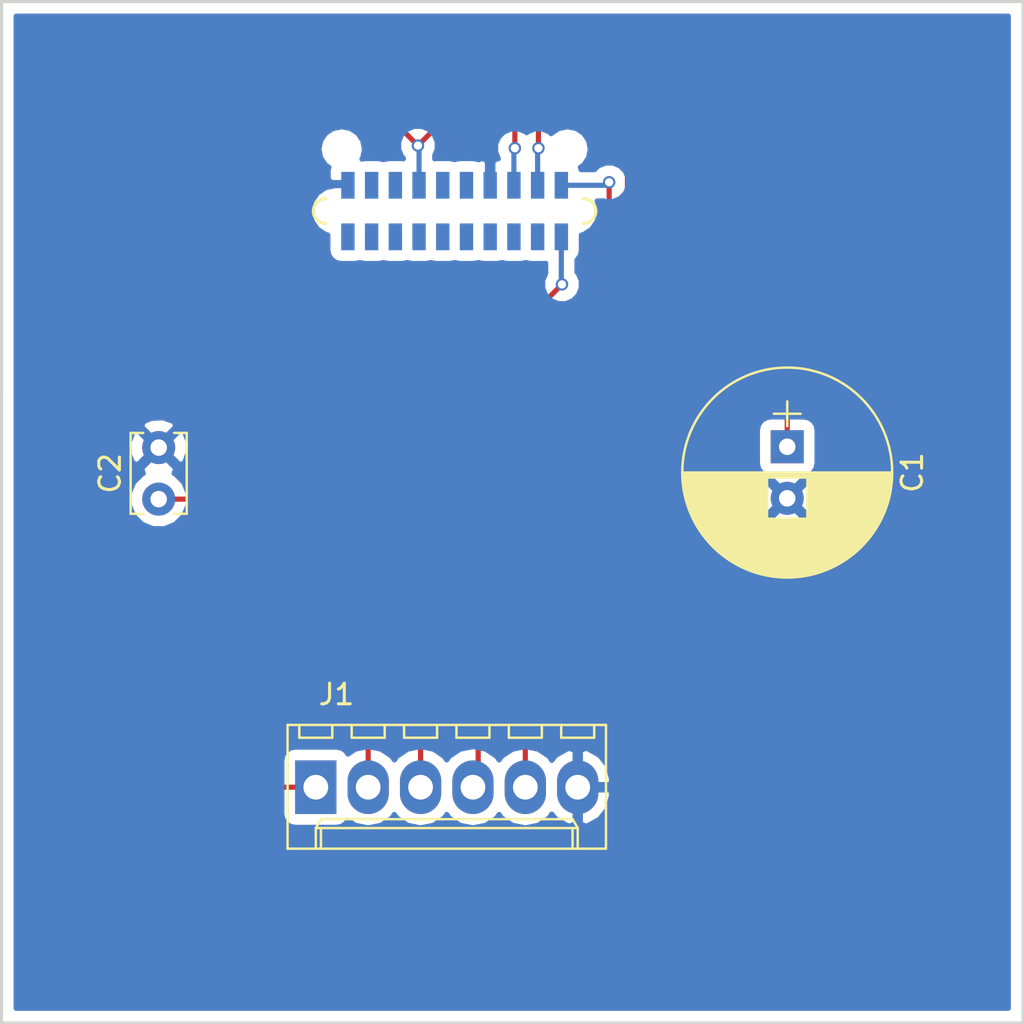
<source format=kicad_pcb>
(kicad_pcb (version 4) (host pcbnew 4.0.6)

  (general
    (links 11)
    (no_connects 0)
    (area 128.194999 81.204999 177.875001 130.885001)
    (thickness 1.6)
    (drawings 11)
    (tracks 53)
    (zones 0)
    (modules 4)
    (nets 20)
  )

  (page A4)
  (layers
    (0 F.Cu signal)
    (31 B.Cu signal)
    (32 B.Adhes user)
    (33 F.Adhes user)
    (34 B.Paste user)
    (35 F.Paste user)
    (36 B.SilkS user)
    (37 F.SilkS user)
    (38 B.Mask user)
    (39 F.Mask user)
    (40 Dwgs.User user)
    (41 Cmts.User user)
    (42 Eco1.User user)
    (43 Eco2.User user)
    (44 Edge.Cuts user)
    (45 Margin user)
    (46 B.CrtYd user)
    (47 F.CrtYd user)
    (48 B.Fab user)
    (49 F.Fab user)
  )

  (setup
    (last_trace_width 0.25)
    (trace_clearance 0.2)
    (zone_clearance 0.508)
    (zone_45_only no)
    (trace_min 0.2)
    (segment_width 0.1)
    (edge_width 0.1)
    (via_size 0.6)
    (via_drill 0.4)
    (via_min_size 0.4)
    (via_min_drill 0.3)
    (uvia_size 0.3)
    (uvia_drill 0.1)
    (uvias_allowed no)
    (uvia_min_size 0.2)
    (uvia_min_drill 0.1)
    (pcb_text_width 0.3)
    (pcb_text_size 1.5 1.5)
    (mod_edge_width 0.15)
    (mod_text_size 1 1)
    (mod_text_width 0.15)
    (pad_size 0.9 0.9)
    (pad_drill 0.9)
    (pad_to_mask_clearance 0.1)
    (aux_axis_origin 0 0)
    (visible_elements 7FFFFFFF)
    (pcbplotparams
      (layerselection 0x014f0_80000001)
      (usegerberextensions false)
      (excludeedgelayer true)
      (linewidth 0.100000)
      (plotframeref false)
      (viasonmask false)
      (mode 1)
      (useauxorigin false)
      (hpglpennumber 1)
      (hpglpenspeed 20)
      (hpglpendiameter 15)
      (hpglpenoverlay 2)
      (psnegative false)
      (psa4output false)
      (plotreference true)
      (plotvalue true)
      (plotinvisibletext false)
      (padsonsilk false)
      (subtractmaskfromsilk false)
      (outputformat 1)
      (mirror false)
      (drillshape 0)
      (scaleselection 1)
      (outputdirectory gerbers/))
  )

  (net 0 "")
  (net 1 VCC)
  (net 2 GND)
  (net 3 "Net-(J1-Pad2)")
  (net 4 "Net-(J1-Pad3)")
  (net 5 "Net-(J1-Pad4)")
  (net 6 "Net-(J1-Pad5)")
  (net 7 "Net-(U1-Pad1)")
  (net 8 "Net-(U1-Pad2)")
  (net 9 "Net-(U1-Pad3)")
  (net 10 "Net-(U1-Pad4)")
  (net 11 "Net-(U1-Pad5)")
  (net 12 "Net-(U1-Pad6)")
  (net 13 "Net-(U1-Pad7)")
  (net 14 "Net-(U1-Pad8)")
  (net 15 "Net-(U1-Pad9)")
  (net 16 "Net-(U1-Pad15)")
  (net 17 "Net-(U1-Pad16)")
  (net 18 "Net-(U1-Pad18)")
  (net 19 "Net-(U1-Pad19)")

  (net_class Default "This is the default net class."
    (clearance 0.2)
    (trace_width 0.25)
    (via_dia 0.6)
    (via_drill 0.4)
    (uvia_dia 0.3)
    (uvia_drill 0.1)
    (add_net GND)
    (add_net "Net-(J1-Pad2)")
    (add_net "Net-(J1-Pad3)")
    (add_net "Net-(J1-Pad4)")
    (add_net "Net-(J1-Pad5)")
    (add_net "Net-(U1-Pad1)")
    (add_net "Net-(U1-Pad15)")
    (add_net "Net-(U1-Pad16)")
    (add_net "Net-(U1-Pad18)")
    (add_net "Net-(U1-Pad19)")
    (add_net "Net-(U1-Pad2)")
    (add_net "Net-(U1-Pad3)")
    (add_net "Net-(U1-Pad4)")
    (add_net "Net-(U1-Pad5)")
    (add_net "Net-(U1-Pad6)")
    (add_net "Net-(U1-Pad7)")
    (add_net "Net-(U1-Pad8)")
    (add_net "Net-(U1-Pad9)")
    (add_net VCC)
  )

  (module Capacitors_THT:CP_Radial_D10.0mm_P2.50mm (layer F.Cu) (tedit 5920C254) (tstamp 5962B385)
    (at 166.37 102.87 270)
    (descr "CP, Radial series, Radial, pin pitch=2.50mm, , diameter=10mm, Electrolytic Capacitor")
    (tags "CP Radial series Radial pin pitch 2.50mm  diameter 10mm Electrolytic Capacitor")
    (path /595DC2E4)
    (fp_text reference C1 (at 1.25 -6.06 270) (layer F.SilkS)
      (effects (font (size 1 1) (thickness 0.15)))
    )
    (fp_text value 10uF (at 1.25 6.06 270) (layer F.Fab)
      (effects (font (size 1 1) (thickness 0.15)))
    )
    (fp_text user %R (at 1.25 0 270) (layer F.Fab)
      (effects (font (size 1 1) (thickness 0.15)))
    )
    (fp_line (start -2.2 0) (end -1 0) (layer F.Fab) (width 0.1))
    (fp_line (start -1.6 -0.65) (end -1.6 0.65) (layer F.Fab) (width 0.1))
    (fp_line (start 1.25 -5.05) (end 1.25 5.05) (layer F.SilkS) (width 0.12))
    (fp_line (start 1.29 -5.05) (end 1.29 5.05) (layer F.SilkS) (width 0.12))
    (fp_line (start 1.33 -5.05) (end 1.33 5.05) (layer F.SilkS) (width 0.12))
    (fp_line (start 1.37 -5.049) (end 1.37 5.049) (layer F.SilkS) (width 0.12))
    (fp_line (start 1.41 -5.048) (end 1.41 5.048) (layer F.SilkS) (width 0.12))
    (fp_line (start 1.45 -5.047) (end 1.45 5.047) (layer F.SilkS) (width 0.12))
    (fp_line (start 1.49 -5.045) (end 1.49 5.045) (layer F.SilkS) (width 0.12))
    (fp_line (start 1.53 -5.043) (end 1.53 -0.98) (layer F.SilkS) (width 0.12))
    (fp_line (start 1.53 0.98) (end 1.53 5.043) (layer F.SilkS) (width 0.12))
    (fp_line (start 1.57 -5.04) (end 1.57 -0.98) (layer F.SilkS) (width 0.12))
    (fp_line (start 1.57 0.98) (end 1.57 5.04) (layer F.SilkS) (width 0.12))
    (fp_line (start 1.61 -5.038) (end 1.61 -0.98) (layer F.SilkS) (width 0.12))
    (fp_line (start 1.61 0.98) (end 1.61 5.038) (layer F.SilkS) (width 0.12))
    (fp_line (start 1.65 -5.035) (end 1.65 -0.98) (layer F.SilkS) (width 0.12))
    (fp_line (start 1.65 0.98) (end 1.65 5.035) (layer F.SilkS) (width 0.12))
    (fp_line (start 1.69 -5.031) (end 1.69 -0.98) (layer F.SilkS) (width 0.12))
    (fp_line (start 1.69 0.98) (end 1.69 5.031) (layer F.SilkS) (width 0.12))
    (fp_line (start 1.73 -5.028) (end 1.73 -0.98) (layer F.SilkS) (width 0.12))
    (fp_line (start 1.73 0.98) (end 1.73 5.028) (layer F.SilkS) (width 0.12))
    (fp_line (start 1.77 -5.024) (end 1.77 -0.98) (layer F.SilkS) (width 0.12))
    (fp_line (start 1.77 0.98) (end 1.77 5.024) (layer F.SilkS) (width 0.12))
    (fp_line (start 1.81 -5.02) (end 1.81 -0.98) (layer F.SilkS) (width 0.12))
    (fp_line (start 1.81 0.98) (end 1.81 5.02) (layer F.SilkS) (width 0.12))
    (fp_line (start 1.85 -5.015) (end 1.85 -0.98) (layer F.SilkS) (width 0.12))
    (fp_line (start 1.85 0.98) (end 1.85 5.015) (layer F.SilkS) (width 0.12))
    (fp_line (start 1.89 -5.01) (end 1.89 -0.98) (layer F.SilkS) (width 0.12))
    (fp_line (start 1.89 0.98) (end 1.89 5.01) (layer F.SilkS) (width 0.12))
    (fp_line (start 1.93 -5.005) (end 1.93 -0.98) (layer F.SilkS) (width 0.12))
    (fp_line (start 1.93 0.98) (end 1.93 5.005) (layer F.SilkS) (width 0.12))
    (fp_line (start 1.971 -4.999) (end 1.971 -0.98) (layer F.SilkS) (width 0.12))
    (fp_line (start 1.971 0.98) (end 1.971 4.999) (layer F.SilkS) (width 0.12))
    (fp_line (start 2.011 -4.993) (end 2.011 -0.98) (layer F.SilkS) (width 0.12))
    (fp_line (start 2.011 0.98) (end 2.011 4.993) (layer F.SilkS) (width 0.12))
    (fp_line (start 2.051 -4.987) (end 2.051 -0.98) (layer F.SilkS) (width 0.12))
    (fp_line (start 2.051 0.98) (end 2.051 4.987) (layer F.SilkS) (width 0.12))
    (fp_line (start 2.091 -4.981) (end 2.091 -0.98) (layer F.SilkS) (width 0.12))
    (fp_line (start 2.091 0.98) (end 2.091 4.981) (layer F.SilkS) (width 0.12))
    (fp_line (start 2.131 -4.974) (end 2.131 -0.98) (layer F.SilkS) (width 0.12))
    (fp_line (start 2.131 0.98) (end 2.131 4.974) (layer F.SilkS) (width 0.12))
    (fp_line (start 2.171 -4.967) (end 2.171 -0.98) (layer F.SilkS) (width 0.12))
    (fp_line (start 2.171 0.98) (end 2.171 4.967) (layer F.SilkS) (width 0.12))
    (fp_line (start 2.211 -4.959) (end 2.211 -0.98) (layer F.SilkS) (width 0.12))
    (fp_line (start 2.211 0.98) (end 2.211 4.959) (layer F.SilkS) (width 0.12))
    (fp_line (start 2.251 -4.951) (end 2.251 -0.98) (layer F.SilkS) (width 0.12))
    (fp_line (start 2.251 0.98) (end 2.251 4.951) (layer F.SilkS) (width 0.12))
    (fp_line (start 2.291 -4.943) (end 2.291 -0.98) (layer F.SilkS) (width 0.12))
    (fp_line (start 2.291 0.98) (end 2.291 4.943) (layer F.SilkS) (width 0.12))
    (fp_line (start 2.331 -4.935) (end 2.331 -0.98) (layer F.SilkS) (width 0.12))
    (fp_line (start 2.331 0.98) (end 2.331 4.935) (layer F.SilkS) (width 0.12))
    (fp_line (start 2.371 -4.926) (end 2.371 -0.98) (layer F.SilkS) (width 0.12))
    (fp_line (start 2.371 0.98) (end 2.371 4.926) (layer F.SilkS) (width 0.12))
    (fp_line (start 2.411 -4.917) (end 2.411 -0.98) (layer F.SilkS) (width 0.12))
    (fp_line (start 2.411 0.98) (end 2.411 4.917) (layer F.SilkS) (width 0.12))
    (fp_line (start 2.451 -4.907) (end 2.451 -0.98) (layer F.SilkS) (width 0.12))
    (fp_line (start 2.451 0.98) (end 2.451 4.907) (layer F.SilkS) (width 0.12))
    (fp_line (start 2.491 -4.897) (end 2.491 -0.98) (layer F.SilkS) (width 0.12))
    (fp_line (start 2.491 0.98) (end 2.491 4.897) (layer F.SilkS) (width 0.12))
    (fp_line (start 2.531 -4.887) (end 2.531 -0.98) (layer F.SilkS) (width 0.12))
    (fp_line (start 2.531 0.98) (end 2.531 4.887) (layer F.SilkS) (width 0.12))
    (fp_line (start 2.571 -4.876) (end 2.571 -0.98) (layer F.SilkS) (width 0.12))
    (fp_line (start 2.571 0.98) (end 2.571 4.876) (layer F.SilkS) (width 0.12))
    (fp_line (start 2.611 -4.865) (end 2.611 -0.98) (layer F.SilkS) (width 0.12))
    (fp_line (start 2.611 0.98) (end 2.611 4.865) (layer F.SilkS) (width 0.12))
    (fp_line (start 2.651 -4.854) (end 2.651 -0.98) (layer F.SilkS) (width 0.12))
    (fp_line (start 2.651 0.98) (end 2.651 4.854) (layer F.SilkS) (width 0.12))
    (fp_line (start 2.691 -4.843) (end 2.691 -0.98) (layer F.SilkS) (width 0.12))
    (fp_line (start 2.691 0.98) (end 2.691 4.843) (layer F.SilkS) (width 0.12))
    (fp_line (start 2.731 -4.831) (end 2.731 -0.98) (layer F.SilkS) (width 0.12))
    (fp_line (start 2.731 0.98) (end 2.731 4.831) (layer F.SilkS) (width 0.12))
    (fp_line (start 2.771 -4.818) (end 2.771 -0.98) (layer F.SilkS) (width 0.12))
    (fp_line (start 2.771 0.98) (end 2.771 4.818) (layer F.SilkS) (width 0.12))
    (fp_line (start 2.811 -4.806) (end 2.811 -0.98) (layer F.SilkS) (width 0.12))
    (fp_line (start 2.811 0.98) (end 2.811 4.806) (layer F.SilkS) (width 0.12))
    (fp_line (start 2.851 -4.792) (end 2.851 -0.98) (layer F.SilkS) (width 0.12))
    (fp_line (start 2.851 0.98) (end 2.851 4.792) (layer F.SilkS) (width 0.12))
    (fp_line (start 2.891 -4.779) (end 2.891 -0.98) (layer F.SilkS) (width 0.12))
    (fp_line (start 2.891 0.98) (end 2.891 4.779) (layer F.SilkS) (width 0.12))
    (fp_line (start 2.931 -4.765) (end 2.931 -0.98) (layer F.SilkS) (width 0.12))
    (fp_line (start 2.931 0.98) (end 2.931 4.765) (layer F.SilkS) (width 0.12))
    (fp_line (start 2.971 -4.751) (end 2.971 -0.98) (layer F.SilkS) (width 0.12))
    (fp_line (start 2.971 0.98) (end 2.971 4.751) (layer F.SilkS) (width 0.12))
    (fp_line (start 3.011 -4.737) (end 3.011 -0.98) (layer F.SilkS) (width 0.12))
    (fp_line (start 3.011 0.98) (end 3.011 4.737) (layer F.SilkS) (width 0.12))
    (fp_line (start 3.051 -4.722) (end 3.051 -0.98) (layer F.SilkS) (width 0.12))
    (fp_line (start 3.051 0.98) (end 3.051 4.722) (layer F.SilkS) (width 0.12))
    (fp_line (start 3.091 -4.706) (end 3.091 -0.98) (layer F.SilkS) (width 0.12))
    (fp_line (start 3.091 0.98) (end 3.091 4.706) (layer F.SilkS) (width 0.12))
    (fp_line (start 3.131 -4.691) (end 3.131 -0.98) (layer F.SilkS) (width 0.12))
    (fp_line (start 3.131 0.98) (end 3.131 4.691) (layer F.SilkS) (width 0.12))
    (fp_line (start 3.171 -4.674) (end 3.171 -0.98) (layer F.SilkS) (width 0.12))
    (fp_line (start 3.171 0.98) (end 3.171 4.674) (layer F.SilkS) (width 0.12))
    (fp_line (start 3.211 -4.658) (end 3.211 -0.98) (layer F.SilkS) (width 0.12))
    (fp_line (start 3.211 0.98) (end 3.211 4.658) (layer F.SilkS) (width 0.12))
    (fp_line (start 3.251 -4.641) (end 3.251 -0.98) (layer F.SilkS) (width 0.12))
    (fp_line (start 3.251 0.98) (end 3.251 4.641) (layer F.SilkS) (width 0.12))
    (fp_line (start 3.291 -4.624) (end 3.291 -0.98) (layer F.SilkS) (width 0.12))
    (fp_line (start 3.291 0.98) (end 3.291 4.624) (layer F.SilkS) (width 0.12))
    (fp_line (start 3.331 -4.606) (end 3.331 -0.98) (layer F.SilkS) (width 0.12))
    (fp_line (start 3.331 0.98) (end 3.331 4.606) (layer F.SilkS) (width 0.12))
    (fp_line (start 3.371 -4.588) (end 3.371 -0.98) (layer F.SilkS) (width 0.12))
    (fp_line (start 3.371 0.98) (end 3.371 4.588) (layer F.SilkS) (width 0.12))
    (fp_line (start 3.411 -4.569) (end 3.411 -0.98) (layer F.SilkS) (width 0.12))
    (fp_line (start 3.411 0.98) (end 3.411 4.569) (layer F.SilkS) (width 0.12))
    (fp_line (start 3.451 -4.55) (end 3.451 -0.98) (layer F.SilkS) (width 0.12))
    (fp_line (start 3.451 0.98) (end 3.451 4.55) (layer F.SilkS) (width 0.12))
    (fp_line (start 3.491 -4.531) (end 3.491 4.531) (layer F.SilkS) (width 0.12))
    (fp_line (start 3.531 -4.511) (end 3.531 4.511) (layer F.SilkS) (width 0.12))
    (fp_line (start 3.571 -4.491) (end 3.571 4.491) (layer F.SilkS) (width 0.12))
    (fp_line (start 3.611 -4.47) (end 3.611 4.47) (layer F.SilkS) (width 0.12))
    (fp_line (start 3.651 -4.449) (end 3.651 4.449) (layer F.SilkS) (width 0.12))
    (fp_line (start 3.691 -4.428) (end 3.691 4.428) (layer F.SilkS) (width 0.12))
    (fp_line (start 3.731 -4.405) (end 3.731 4.405) (layer F.SilkS) (width 0.12))
    (fp_line (start 3.771 -4.383) (end 3.771 4.383) (layer F.SilkS) (width 0.12))
    (fp_line (start 3.811 -4.36) (end 3.811 4.36) (layer F.SilkS) (width 0.12))
    (fp_line (start 3.851 -4.336) (end 3.851 4.336) (layer F.SilkS) (width 0.12))
    (fp_line (start 3.891 -4.312) (end 3.891 4.312) (layer F.SilkS) (width 0.12))
    (fp_line (start 3.931 -4.288) (end 3.931 4.288) (layer F.SilkS) (width 0.12))
    (fp_line (start 3.971 -4.263) (end 3.971 4.263) (layer F.SilkS) (width 0.12))
    (fp_line (start 4.011 -4.237) (end 4.011 4.237) (layer F.SilkS) (width 0.12))
    (fp_line (start 4.051 -4.211) (end 4.051 4.211) (layer F.SilkS) (width 0.12))
    (fp_line (start 4.091 -4.185) (end 4.091 4.185) (layer F.SilkS) (width 0.12))
    (fp_line (start 4.131 -4.157) (end 4.131 4.157) (layer F.SilkS) (width 0.12))
    (fp_line (start 4.171 -4.13) (end 4.171 4.13) (layer F.SilkS) (width 0.12))
    (fp_line (start 4.211 -4.101) (end 4.211 4.101) (layer F.SilkS) (width 0.12))
    (fp_line (start 4.251 -4.072) (end 4.251 4.072) (layer F.SilkS) (width 0.12))
    (fp_line (start 4.291 -4.043) (end 4.291 4.043) (layer F.SilkS) (width 0.12))
    (fp_line (start 4.331 -4.013) (end 4.331 4.013) (layer F.SilkS) (width 0.12))
    (fp_line (start 4.371 -3.982) (end 4.371 3.982) (layer F.SilkS) (width 0.12))
    (fp_line (start 4.411 -3.951) (end 4.411 3.951) (layer F.SilkS) (width 0.12))
    (fp_line (start 4.451 -3.919) (end 4.451 3.919) (layer F.SilkS) (width 0.12))
    (fp_line (start 4.491 -3.886) (end 4.491 3.886) (layer F.SilkS) (width 0.12))
    (fp_line (start 4.531 -3.853) (end 4.531 3.853) (layer F.SilkS) (width 0.12))
    (fp_line (start 4.571 -3.819) (end 4.571 3.819) (layer F.SilkS) (width 0.12))
    (fp_line (start 4.611 -3.784) (end 4.611 3.784) (layer F.SilkS) (width 0.12))
    (fp_line (start 4.651 -3.748) (end 4.651 3.748) (layer F.SilkS) (width 0.12))
    (fp_line (start 4.691 -3.712) (end 4.691 3.712) (layer F.SilkS) (width 0.12))
    (fp_line (start 4.731 -3.675) (end 4.731 3.675) (layer F.SilkS) (width 0.12))
    (fp_line (start 4.771 -3.637) (end 4.771 3.637) (layer F.SilkS) (width 0.12))
    (fp_line (start 4.811 -3.598) (end 4.811 3.598) (layer F.SilkS) (width 0.12))
    (fp_line (start 4.851 -3.559) (end 4.851 3.559) (layer F.SilkS) (width 0.12))
    (fp_line (start 4.891 -3.518) (end 4.891 3.518) (layer F.SilkS) (width 0.12))
    (fp_line (start 4.931 -3.477) (end 4.931 3.477) (layer F.SilkS) (width 0.12))
    (fp_line (start 4.971 -3.435) (end 4.971 3.435) (layer F.SilkS) (width 0.12))
    (fp_line (start 5.011 -3.391) (end 5.011 3.391) (layer F.SilkS) (width 0.12))
    (fp_line (start 5.051 -3.347) (end 5.051 3.347) (layer F.SilkS) (width 0.12))
    (fp_line (start 5.091 -3.302) (end 5.091 3.302) (layer F.SilkS) (width 0.12))
    (fp_line (start 5.131 -3.255) (end 5.131 3.255) (layer F.SilkS) (width 0.12))
    (fp_line (start 5.171 -3.207) (end 5.171 3.207) (layer F.SilkS) (width 0.12))
    (fp_line (start 5.211 -3.158) (end 5.211 3.158) (layer F.SilkS) (width 0.12))
    (fp_line (start 5.251 -3.108) (end 5.251 3.108) (layer F.SilkS) (width 0.12))
    (fp_line (start 5.291 -3.057) (end 5.291 3.057) (layer F.SilkS) (width 0.12))
    (fp_line (start 5.331 -3.004) (end 5.331 3.004) (layer F.SilkS) (width 0.12))
    (fp_line (start 5.371 -2.949) (end 5.371 2.949) (layer F.SilkS) (width 0.12))
    (fp_line (start 5.411 -2.894) (end 5.411 2.894) (layer F.SilkS) (width 0.12))
    (fp_line (start 5.451 -2.836) (end 5.451 2.836) (layer F.SilkS) (width 0.12))
    (fp_line (start 5.491 -2.777) (end 5.491 2.777) (layer F.SilkS) (width 0.12))
    (fp_line (start 5.531 -2.715) (end 5.531 2.715) (layer F.SilkS) (width 0.12))
    (fp_line (start 5.571 -2.652) (end 5.571 2.652) (layer F.SilkS) (width 0.12))
    (fp_line (start 5.611 -2.587) (end 5.611 2.587) (layer F.SilkS) (width 0.12))
    (fp_line (start 5.651 -2.519) (end 5.651 2.519) (layer F.SilkS) (width 0.12))
    (fp_line (start 5.691 -2.449) (end 5.691 2.449) (layer F.SilkS) (width 0.12))
    (fp_line (start 5.731 -2.377) (end 5.731 2.377) (layer F.SilkS) (width 0.12))
    (fp_line (start 5.771 -2.301) (end 5.771 2.301) (layer F.SilkS) (width 0.12))
    (fp_line (start 5.811 -2.222) (end 5.811 2.222) (layer F.SilkS) (width 0.12))
    (fp_line (start 5.851 -2.14) (end 5.851 2.14) (layer F.SilkS) (width 0.12))
    (fp_line (start 5.891 -2.053) (end 5.891 2.053) (layer F.SilkS) (width 0.12))
    (fp_line (start 5.931 -1.962) (end 5.931 1.962) (layer F.SilkS) (width 0.12))
    (fp_line (start 5.971 -1.866) (end 5.971 1.866) (layer F.SilkS) (width 0.12))
    (fp_line (start 6.011 -1.763) (end 6.011 1.763) (layer F.SilkS) (width 0.12))
    (fp_line (start 6.051 -1.654) (end 6.051 1.654) (layer F.SilkS) (width 0.12))
    (fp_line (start 6.091 -1.536) (end 6.091 1.536) (layer F.SilkS) (width 0.12))
    (fp_line (start 6.131 -1.407) (end 6.131 1.407) (layer F.SilkS) (width 0.12))
    (fp_line (start 6.171 -1.265) (end 6.171 1.265) (layer F.SilkS) (width 0.12))
    (fp_line (start 6.211 -1.104) (end 6.211 1.104) (layer F.SilkS) (width 0.12))
    (fp_line (start 6.251 -0.913) (end 6.251 0.913) (layer F.SilkS) (width 0.12))
    (fp_line (start 6.291 -0.672) (end 6.291 0.672) (layer F.SilkS) (width 0.12))
    (fp_line (start 6.331 -0.279) (end 6.331 0.279) (layer F.SilkS) (width 0.12))
    (fp_line (start -2.2 0) (end -1 0) (layer F.SilkS) (width 0.12))
    (fp_line (start -1.6 -0.65) (end -1.6 0.65) (layer F.SilkS) (width 0.12))
    (fp_line (start -4.1 -5.35) (end -4.1 5.35) (layer F.CrtYd) (width 0.05))
    (fp_line (start -4.1 5.35) (end 6.6 5.35) (layer F.CrtYd) (width 0.05))
    (fp_line (start 6.6 5.35) (end 6.6 -5.35) (layer F.CrtYd) (width 0.05))
    (fp_line (start 6.6 -5.35) (end -4.1 -5.35) (layer F.CrtYd) (width 0.05))
    (fp_circle (center 1.25 0) (end 6.25 0) (layer F.Fab) (width 0.1))
    (fp_circle (center 1.25 0) (end 6.34 0) (layer F.SilkS) (width 0.12))
    (pad 1 thru_hole rect (at 0 0 270) (size 1.6 1.6) (drill 0.8) (layers *.Cu *.Mask)
      (net 1 VCC))
    (pad 2 thru_hole circle (at 2.5 0 270) (size 1.6 1.6) (drill 0.8) (layers *.Cu *.Mask)
      (net 2 GND))
    (model ${KISYS3DMOD}/Capacitors_THT.3dshapes/CP_Radial_D10.0mm_P2.50mm.wrl
      (at (xyz 0 0 0))
      (scale (xyz 1 1 1))
      (rotate (xyz 0 0 0))
    )
  )

  (module Capacitors_THT:C_Disc_D3.8mm_W2.6mm_P2.50mm (layer F.Cu) (tedit 5920C254) (tstamp 5962B38B)
    (at 135.89 105.41 90)
    (descr "C, Disc series, Radial, pin pitch=2.50mm, , diameter*width=3.8*2.6mm^2, Capacitor, http://www.vishay.com/docs/45233/krseries.pdf")
    (tags "C Disc series Radial pin pitch 2.50mm  diameter 3.8mm width 2.6mm Capacitor")
    (path /595DC255)
    (fp_text reference C2 (at 1.25 -2.36 90) (layer F.SilkS)
      (effects (font (size 1 1) (thickness 0.15)))
    )
    (fp_text value 0.1uF (at 1.25 2.36 90) (layer F.Fab)
      (effects (font (size 1 1) (thickness 0.15)))
    )
    (fp_text user %R (at 1.25 0 90) (layer F.Fab)
      (effects (font (size 0.9 0.9) (thickness 0.135)))
    )
    (fp_line (start -0.65 -1.3) (end -0.65 1.3) (layer F.Fab) (width 0.1))
    (fp_line (start -0.65 1.3) (end 3.15 1.3) (layer F.Fab) (width 0.1))
    (fp_line (start 3.15 1.3) (end 3.15 -1.3) (layer F.Fab) (width 0.1))
    (fp_line (start 3.15 -1.3) (end -0.65 -1.3) (layer F.Fab) (width 0.1))
    (fp_line (start -0.71 -1.36) (end 3.21 -1.36) (layer F.SilkS) (width 0.12))
    (fp_line (start -0.71 1.36) (end 3.21 1.36) (layer F.SilkS) (width 0.12))
    (fp_line (start -0.71 -1.36) (end -0.71 -0.75) (layer F.SilkS) (width 0.12))
    (fp_line (start -0.71 0.75) (end -0.71 1.36) (layer F.SilkS) (width 0.12))
    (fp_line (start 3.21 -1.36) (end 3.21 -0.75) (layer F.SilkS) (width 0.12))
    (fp_line (start 3.21 0.75) (end 3.21 1.36) (layer F.SilkS) (width 0.12))
    (fp_line (start -1.05 -1.65) (end -1.05 1.65) (layer F.CrtYd) (width 0.05))
    (fp_line (start -1.05 1.65) (end 3.55 1.65) (layer F.CrtYd) (width 0.05))
    (fp_line (start 3.55 1.65) (end 3.55 -1.65) (layer F.CrtYd) (width 0.05))
    (fp_line (start 3.55 -1.65) (end -1.05 -1.65) (layer F.CrtYd) (width 0.05))
    (pad 1 thru_hole circle (at 0 0 90) (size 1.6 1.6) (drill 0.8) (layers *.Cu *.Mask)
      (net 1 VCC))
    (pad 2 thru_hole circle (at 2.5 0 90) (size 1.6 1.6) (drill 0.8) (layers *.Cu *.Mask)
      (net 2 GND))
    (model ${KISYS3DMOD}/Capacitors_THT.3dshapes/C_Disc_D3.8mm_W2.6mm_P2.50mm.wrl
      (at (xyz 0 0 0))
      (scale (xyz 0.393701 0.393701 0.393701))
      (rotate (xyz 0 0 0))
    )
  )

  (module Molex:Molex_KK-6410-06_06x2.54mm_Straight (layer F.Cu) (tedit 58EE6EEB) (tstamp 5962B395)
    (at 143.51 119.38)
    (descr "Connector Headers with Friction Lock, 22-27-2061, http://www.molex.com/pdm_docs/sd/022272021_sd.pdf")
    (tags "connector molex kk_6410 22-27-2061")
    (path /595F0D95)
    (fp_text reference J1 (at 1 -4.5) (layer F.SilkS)
      (effects (font (size 1 1) (thickness 0.15)))
    )
    (fp_text value "PIN HEADER" (at 6.35 4.5) (layer F.Fab)
      (effects (font (size 1 1) (thickness 0.15)))
    )
    (fp_line (start -1.47 -3.12) (end -1.47 3.08) (layer F.Fab) (width 0.12))
    (fp_line (start -1.47 3.08) (end 14.17 3.08) (layer F.Fab) (width 0.12))
    (fp_line (start 14.17 3.08) (end 14.17 -3.12) (layer F.Fab) (width 0.12))
    (fp_line (start 14.17 -3.12) (end -1.47 -3.12) (layer F.Fab) (width 0.12))
    (fp_line (start -1.37 -3.02) (end -1.37 2.98) (layer F.SilkS) (width 0.12))
    (fp_line (start -1.37 2.98) (end 14.07 2.98) (layer F.SilkS) (width 0.12))
    (fp_line (start 14.07 2.98) (end 14.07 -3.02) (layer F.SilkS) (width 0.12))
    (fp_line (start 14.07 -3.02) (end -1.37 -3.02) (layer F.SilkS) (width 0.12))
    (fp_line (start 0 2.98) (end 0 1.98) (layer F.SilkS) (width 0.12))
    (fp_line (start 0 1.98) (end 12.7 1.98) (layer F.SilkS) (width 0.12))
    (fp_line (start 12.7 1.98) (end 12.7 2.98) (layer F.SilkS) (width 0.12))
    (fp_line (start 0 1.98) (end 0.25 1.55) (layer F.SilkS) (width 0.12))
    (fp_line (start 0.25 1.55) (end 12.45 1.55) (layer F.SilkS) (width 0.12))
    (fp_line (start 12.45 1.55) (end 12.7 1.98) (layer F.SilkS) (width 0.12))
    (fp_line (start 0.25 2.98) (end 0.25 1.98) (layer F.SilkS) (width 0.12))
    (fp_line (start 12.45 2.98) (end 12.45 1.98) (layer F.SilkS) (width 0.12))
    (fp_line (start -0.8 -3.02) (end -0.8 -2.4) (layer F.SilkS) (width 0.12))
    (fp_line (start -0.8 -2.4) (end 0.8 -2.4) (layer F.SilkS) (width 0.12))
    (fp_line (start 0.8 -2.4) (end 0.8 -3.02) (layer F.SilkS) (width 0.12))
    (fp_line (start 1.74 -3.02) (end 1.74 -2.4) (layer F.SilkS) (width 0.12))
    (fp_line (start 1.74 -2.4) (end 3.34 -2.4) (layer F.SilkS) (width 0.12))
    (fp_line (start 3.34 -2.4) (end 3.34 -3.02) (layer F.SilkS) (width 0.12))
    (fp_line (start 4.28 -3.02) (end 4.28 -2.4) (layer F.SilkS) (width 0.12))
    (fp_line (start 4.28 -2.4) (end 5.88 -2.4) (layer F.SilkS) (width 0.12))
    (fp_line (start 5.88 -2.4) (end 5.88 -3.02) (layer F.SilkS) (width 0.12))
    (fp_line (start 6.82 -3.02) (end 6.82 -2.4) (layer F.SilkS) (width 0.12))
    (fp_line (start 6.82 -2.4) (end 8.42 -2.4) (layer F.SilkS) (width 0.12))
    (fp_line (start 8.42 -2.4) (end 8.42 -3.02) (layer F.SilkS) (width 0.12))
    (fp_line (start 9.36 -3.02) (end 9.36 -2.4) (layer F.SilkS) (width 0.12))
    (fp_line (start 9.36 -2.4) (end 10.96 -2.4) (layer F.SilkS) (width 0.12))
    (fp_line (start 10.96 -2.4) (end 10.96 -3.02) (layer F.SilkS) (width 0.12))
    (fp_line (start 11.9 -3.02) (end 11.9 -2.4) (layer F.SilkS) (width 0.12))
    (fp_line (start 11.9 -2.4) (end 13.5 -2.4) (layer F.SilkS) (width 0.12))
    (fp_line (start 13.5 -2.4) (end 13.5 -3.02) (layer F.SilkS) (width 0.12))
    (fp_line (start -1.9 3.5) (end -1.9 -3.55) (layer F.CrtYd) (width 0.05))
    (fp_line (start -1.9 -3.55) (end 14.6 -3.55) (layer F.CrtYd) (width 0.05))
    (fp_line (start 14.6 -3.55) (end 14.6 3.5) (layer F.CrtYd) (width 0.05))
    (fp_line (start 14.6 3.5) (end -1.9 3.5) (layer F.CrtYd) (width 0.05))
    (fp_text user %R (at 6.35 0) (layer F.Fab)
      (effects (font (size 1 1) (thickness 0.15)))
    )
    (pad 1 thru_hole rect (at 0 0) (size 2 2.6) (drill 1.2) (layers *.Cu *.Mask)
      (net 1 VCC))
    (pad 2 thru_hole oval (at 2.54 0) (size 2 2.6) (drill 1.2) (layers *.Cu *.Mask)
      (net 3 "Net-(J1-Pad2)"))
    (pad 3 thru_hole oval (at 5.08 0) (size 2 2.6) (drill 1.2) (layers *.Cu *.Mask)
      (net 4 "Net-(J1-Pad3)"))
    (pad 4 thru_hole oval (at 7.62 0) (size 2 2.6) (drill 1.2) (layers *.Cu *.Mask)
      (net 5 "Net-(J1-Pad4)"))
    (pad 5 thru_hole oval (at 10.16 0) (size 2 2.6) (drill 1.2) (layers *.Cu *.Mask)
      (net 6 "Net-(J1-Pad5)"))
    (pad 6 thru_hole oval (at 12.7 0) (size 2 2.6) (drill 1.2) (layers *.Cu *.Mask)
      (net 2 GND))
    (model ${KISYS3DMOD}/Connectors_Molex.3dshapes/Molex_KK-6410-06_06x2.54mm_Straight.wrl
      (at (xyz 0 0 0))
      (scale (xyz 1 1 1))
      (rotate (xyz 0 0 0))
    )
  )

  (module PixArt:PAJ7025 (layer F.Cu) (tedit 59641FB9) (tstamp 5962B3B0)
    (at 150.241 91.44)
    (path /595DBEC3)
    (fp_text reference U1 (at 0 3.81) (layer F.SilkS) hide
      (effects (font (size 1 1) (thickness 0.15)))
    )
    (fp_text value PAJ7025 (at 0 -3.81) (layer F.Fab)
      (effects (font (size 1 1) (thickness 0.15)))
    )
    (fp_arc (start 6.25 0) (end 6.85 0) (angle 90) (layer F.SilkS) (width 0.15))
    (fp_arc (start 6.25 0) (end 6.85 0) (angle -90) (layer F.SilkS) (width 0.15))
    (fp_arc (start -6.25 0) (end -6.85 0) (angle 90) (layer F.SilkS) (width 0.15))
    (fp_arc (start -6.25 0) (end -6.85 0) (angle -90) (layer F.SilkS) (width 0.15))
    (pad "" np_thru_hole oval (at -5.475 -3) (size 0.9 0.9) (drill 0.9) (layers *.Cu))
    (pad 1 smd rect (at -5.175 1.25) (size 0.65 1.3) (layers B.Cu B.Paste B.Mask)
      (net 7 "Net-(U1-Pad1)"))
    (pad 2 smd rect (at -4.025 1.25) (size 0.65 1.3) (layers B.Cu B.Paste B.Mask)
      (net 8 "Net-(U1-Pad2)"))
    (pad 3 smd rect (at -2.875 1.25) (size 0.65 1.3) (layers B.Cu B.Paste B.Mask)
      (net 9 "Net-(U1-Pad3)"))
    (pad 4 smd rect (at -1.725 1.25) (size 0.65 1.3) (layers B.Cu B.Paste B.Mask)
      (net 10 "Net-(U1-Pad4)"))
    (pad 5 smd rect (at -0.575 1.25) (size 0.65 1.3) (layers B.Cu B.Paste B.Mask)
      (net 11 "Net-(U1-Pad5)"))
    (pad 6 smd rect (at 0.575 1.25) (size 0.65 1.3) (layers B.Cu B.Paste B.Mask)
      (net 12 "Net-(U1-Pad6)"))
    (pad 7 smd rect (at 1.725 1.25) (size 0.65 1.3) (layers B.Cu B.Paste B.Mask)
      (net 13 "Net-(U1-Pad7)"))
    (pad 8 smd rect (at 2.875 1.25) (size 0.65 1.3) (layers B.Cu B.Paste B.Mask)
      (net 14 "Net-(U1-Pad8)"))
    (pad 9 smd rect (at 4.025 1.25) (size 0.65 1.3) (layers B.Cu B.Paste B.Mask)
      (net 15 "Net-(U1-Pad9)"))
    (pad 10 smd rect (at 5.175 1.25) (size 0.65 1.3) (layers B.Cu B.Paste B.Mask)
      (net 3 "Net-(J1-Pad2)"))
    (pad 11 smd rect (at 5.175 -1.25) (size 0.65 1.3) (layers B.Cu B.Paste B.Mask)
      (net 4 "Net-(J1-Pad3)"))
    (pad 12 smd rect (at 4.025 -1.25) (size 0.65 1.3) (layers B.Cu B.Paste B.Mask)
      (net 5 "Net-(J1-Pad4)"))
    (pad 13 smd rect (at 2.875 -1.25) (size 0.65 1.3) (layers B.Cu B.Paste B.Mask)
      (net 6 "Net-(J1-Pad5)"))
    (pad 14 smd rect (at 1.725 -1.25) (size 0.65 1.3) (layers B.Cu B.Paste B.Mask)
      (net 2 GND))
    (pad 15 smd rect (at 0.575 -1.25) (size 0.65 1.3) (layers B.Cu B.Paste B.Mask)
      (net 16 "Net-(U1-Pad15)"))
    (pad 16 smd rect (at -0.575 -1.25) (size 0.65 1.3) (layers B.Cu B.Paste B.Mask)
      (net 17 "Net-(U1-Pad16)"))
    (pad 17 smd rect (at -1.725 -1.25) (size 0.65 1.3) (layers B.Cu B.Paste B.Mask)
      (net 1 VCC))
    (pad 18 smd rect (at -2.875 -1.25) (size 0.65 1.3) (layers B.Cu B.Paste B.Mask)
      (net 18 "Net-(U1-Pad18)"))
    (pad 19 smd rect (at -4.025 -1.25) (size 0.65 1.3) (layers B.Cu B.Paste B.Mask)
      (net 19 "Net-(U1-Pad19)"))
    (pad 20 smd rect (at -5.175 -1.25) (size 0.65 1.3) (layers B.Cu B.Paste B.Mask)
      (net 2 GND))
    (pad "" np_thru_hole oval (at 5.475 -3) (size 0.9 0.9) (drill 0.9) (layers *.Cu))
  )

  (gr_arc (start 156.491 91.44) (end 157.091 91.44) (angle 90) (layer Eco1.User) (width 0.1) (tstamp 596417BB))
  (gr_arc (start 143.991 91.44) (end 143.391 91.44) (angle 90) (layer Eco1.User) (width 0.1) (tstamp 59641792))
  (gr_arc (start 156.491 91.44) (end 157.091 91.44) (angle -90) (layer Eco1.User) (width 0.1) (tstamp 59641737))
  (gr_arc (start 143.991 91.44) (end 143.391 91.44) (angle -90) (layer Eco1.User) (width 0.1))
  (gr_line (start 156.491 90.84) (end 143.991 90.84) (angle 90) (layer Eco1.User) (width 0.1) (tstamp 5964158D))
  (gr_line (start 156.491 92.04) (end 143.991 92.04) (angle 90) (layer Eco1.User) (width 0.1))
  (gr_line (start 177.8 130.81) (end 128.27 130.81) (angle 90) (layer Edge.Cuts) (width 0.15))
  (gr_line (start 128.27 81.28) (end 177.8 81.28) (angle 90) (layer Edge.Cuts) (width 0.15))
  (gr_line (start 128.27 81.28) (end 128.27 130.81) (angle 90) (layer Edge.Cuts) (width 0.15))
  (gr_line (start 128.27 100.33) (end 128.27 81.28) (angle 90) (layer Edge.Cuts) (width 0.15))
  (gr_line (start 177.8 81.28) (end 177.8 130.81) (angle 90) (layer Edge.Cuts) (width 0.15))

  (segment (start 135.89 105.41) (end 141.605 105.41) (width 0.25) (layer F.Cu) (net 1))
  (segment (start 141.605 105.41) (end 141.605 119.38) (width 0.25) (layer F.Cu) (net 1) (tstamp 5962B7FB))
  (segment (start 166.37 102.87) (end 166.37 92.075) (width 0.25) (layer F.Cu) (net 1))
  (segment (start 152.654 84.074) (end 148.463 88.265) (width 0.25) (layer F.Cu) (net 1) (tstamp 5962B7DF))
  (segment (start 158.369 84.074) (end 152.654 84.074) (width 0.25) (layer F.Cu) (net 1) (tstamp 5962B7DD))
  (segment (start 166.37 92.075) (end 158.369 84.074) (width 0.25) (layer F.Cu) (net 1) (tstamp 5962B7D8))
  (segment (start 143.51 119.38) (end 141.605 119.38) (width 0.25) (layer F.Cu) (net 1))
  (segment (start 148.516 88.318) (end 148.516 90.19) (width 0.25) (layer B.Cu) (net 1))
  (segment (start 148.516 88.318) (end 148.463 88.265) (width 0.25) (layer B.Cu) (net 1) (tstamp 5962B4F3))
  (via (at 148.463 88.265) (size 0.6) (drill 0.4) (layers F.Cu B.Cu) (net 1))
  (segment (start 148.463 88.265) (end 146.558 86.36) (width 0.25) (layer F.Cu) (net 1) (tstamp 5962B4F5))
  (segment (start 146.558 86.36) (end 141.605 86.36) (width 0.25) (layer F.Cu) (net 1) (tstamp 5962B4F6))
  (segment (start 141.605 86.36) (end 141.605 105.41) (width 0.25) (layer F.Cu) (net 1) (tstamp 5962B4F8))
  (segment (start 155.416 92.69) (end 155.416 94.964) (width 0.25) (layer B.Cu) (net 3))
  (segment (start 146.05 99.187) (end 146.05 119.38) (width 0.25) (layer F.Cu) (net 3) (tstamp 5962B654))
  (segment (start 148.971 96.266) (end 146.05 99.187) (width 0.25) (layer F.Cu) (net 3) (tstamp 5962B64F))
  (segment (start 154.178 96.266) (end 148.971 96.266) (width 0.25) (layer F.Cu) (net 3) (tstamp 5962B645))
  (segment (start 155.448 94.996) (end 154.178 96.266) (width 0.25) (layer F.Cu) (net 3) (tstamp 5962B644))
  (via (at 155.448 94.996) (size 0.6) (drill 0.4) (layers F.Cu B.Cu) (net 3))
  (segment (start 155.416 94.964) (end 155.448 94.996) (width 0.25) (layer B.Cu) (net 3) (tstamp 5962B63E))
  (segment (start 148.59 98.679) (end 148.59 119.38) (width 0.25) (layer F.Cu) (net 4) (tstamp 5962B61F))
  (segment (start 149.987 97.282) (end 148.59 98.679) (width 0.25) (layer F.Cu) (net 4) (tstamp 5962B61A))
  (segment (start 155.702 97.282) (end 149.987 97.282) (width 0.25) (layer F.Cu) (net 4) (tstamp 5962B613))
  (segment (start 157.734 95.25) (end 155.702 97.282) (width 0.25) (layer F.Cu) (net 4) (tstamp 5962B60A))
  (segment (start 157.734 90.043) (end 157.734 95.25) (width 0.25) (layer F.Cu) (net 4) (tstamp 5962B609))
  (via (at 157.734 90.043) (size 0.6) (drill 0.4) (layers F.Cu B.Cu) (net 4))
  (segment (start 157.587 90.19) (end 157.734 90.043) (width 0.25) (layer B.Cu) (net 4) (tstamp 5962B600))
  (segment (start 155.416 90.19) (end 157.587 90.19) (width 0.25) (layer B.Cu) (net 4))
  (segment (start 154.266 90.19) (end 154.266 88.431) (width 0.25) (layer B.Cu) (net 5))
  (segment (start 151.384 99.187) (end 151.384 119.126) (width 0.25) (layer F.Cu) (net 5) (tstamp 5962B759))
  (segment (start 152.527 98.044) (end 151.384 99.187) (width 0.25) (layer F.Cu) (net 5) (tstamp 5962B755))
  (segment (start 156.21 98.044) (end 152.527 98.044) (width 0.25) (layer F.Cu) (net 5) (tstamp 5962B750))
  (segment (start 158.623 95.631) (end 156.21 98.044) (width 0.25) (layer F.Cu) (net 5) (tstamp 5962B74D))
  (segment (start 158.623 86.614) (end 158.623 95.631) (width 0.25) (layer F.Cu) (net 5) (tstamp 5962B74A))
  (segment (start 157.988 85.979) (end 158.623 86.614) (width 0.25) (layer F.Cu) (net 5) (tstamp 5962B742))
  (segment (start 155.194 85.979) (end 157.988 85.979) (width 0.25) (layer F.Cu) (net 5) (tstamp 5962B73B))
  (segment (start 154.305 86.868) (end 155.194 85.979) (width 0.25) (layer F.Cu) (net 5) (tstamp 5962B73A))
  (segment (start 154.305 88.392) (end 154.305 86.868) (width 0.25) (layer F.Cu) (net 5) (tstamp 5962B739))
  (via (at 154.305 88.392) (size 0.6) (drill 0.4) (layers F.Cu B.Cu) (net 5))
  (segment (start 154.266 88.431) (end 154.305 88.392) (width 0.25) (layer B.Cu) (net 5) (tstamp 5962B723))
  (segment (start 151.384 119.126) (end 151.13 119.38) (width 0.25) (layer F.Cu) (net 5) (tstamp 5962B75E))
  (segment (start 153.116 90.19) (end 153.116 88.438) (width 0.25) (layer B.Cu) (net 6))
  (segment (start 153.67 99.695) (end 153.67 119.38) (width 0.25) (layer F.Cu) (net 6) (tstamp 5962B78B))
  (segment (start 154.305 99.06) (end 153.67 99.695) (width 0.25) (layer F.Cu) (net 6) (tstamp 5962B784))
  (segment (start 156.591 99.06) (end 154.305 99.06) (width 0.25) (layer F.Cu) (net 6) (tstamp 5962B782))
  (segment (start 159.639 96.012) (end 156.591 99.06) (width 0.25) (layer F.Cu) (net 6) (tstamp 5962B77D))
  (segment (start 159.639 86.614) (end 159.639 96.012) (width 0.25) (layer F.Cu) (net 6) (tstamp 5962B77B))
  (segment (start 158.242 85.217) (end 159.639 86.614) (width 0.25) (layer F.Cu) (net 6) (tstamp 5962B779))
  (segment (start 154.051 85.217) (end 158.242 85.217) (width 0.25) (layer F.Cu) (net 6) (tstamp 5962B777))
  (segment (start 153.162 86.106) (end 154.051 85.217) (width 0.25) (layer F.Cu) (net 6) (tstamp 5962B776))
  (segment (start 153.162 88.392) (end 153.162 86.106) (width 0.25) (layer F.Cu) (net 6) (tstamp 5962B775))
  (via (at 153.162 88.392) (size 0.6) (drill 0.4) (layers F.Cu B.Cu) (net 6))
  (segment (start 153.116 88.438) (end 153.162 88.392) (width 0.25) (layer B.Cu) (net 6) (tstamp 5962B76E))

  (zone (net 2) (net_name GND) (layer B.Cu) (tstamp 5962B9E7) (hatch edge 0.508)
    (connect_pads (clearance 0.508))
    (min_thickness 0.254)
    (fill yes (arc_segments 16) (thermal_gap 0.508) (thermal_bridge_width 0.508))
    (polygon
      (pts
        (xy 177.546 130.429) (xy 128.524 130.429) (xy 128.524 81.534) (xy 177.546 81.534)
      )
    )
    (filled_polygon
      (pts
        (xy 177.09 130.1) (xy 128.98 130.1) (xy 128.98 118.08) (xy 141.86256 118.08) (xy 141.86256 120.68)
        (xy 141.906838 120.915317) (xy 142.04591 121.131441) (xy 142.25811 121.276431) (xy 142.51 121.32744) (xy 144.51 121.32744)
        (xy 144.745317 121.283162) (xy 144.961441 121.14409) (xy 145.066951 120.989671) (xy 145.424313 121.228452) (xy 146.05 121.352909)
        (xy 146.675687 121.228452) (xy 147.20612 120.874029) (xy 147.32 120.703595) (xy 147.43388 120.874029) (xy 147.964313 121.228452)
        (xy 148.59 121.352909) (xy 149.215687 121.228452) (xy 149.74612 120.874029) (xy 149.86 120.703595) (xy 149.97388 120.874029)
        (xy 150.504313 121.228452) (xy 151.13 121.352909) (xy 151.755687 121.228452) (xy 152.28612 120.874029) (xy 152.4 120.703595)
        (xy 152.51388 120.874029) (xy 153.044313 121.228452) (xy 153.67 121.352909) (xy 154.295687 121.228452) (xy 154.82612 120.874029)
        (xy 154.953219 120.683812) (xy 155.143683 120.925922) (xy 155.701645 121.239144) (xy 155.829566 121.270124) (xy 156.083 121.150777)
        (xy 156.083 119.507) (xy 156.337 119.507) (xy 156.337 121.150777) (xy 156.590434 121.270124) (xy 156.718355 121.239144)
        (xy 157.276317 120.925922) (xy 157.671942 120.42302) (xy 157.845 119.807) (xy 157.845 119.507) (xy 156.337 119.507)
        (xy 156.083 119.507) (xy 156.063 119.507) (xy 156.063 119.253) (xy 156.083 119.253) (xy 156.083 117.609223)
        (xy 156.337 117.609223) (xy 156.337 119.253) (xy 157.845 119.253) (xy 157.845 118.953) (xy 157.671942 118.33698)
        (xy 157.276317 117.834078) (xy 156.718355 117.520856) (xy 156.590434 117.489876) (xy 156.337 117.609223) (xy 156.083 117.609223)
        (xy 155.829566 117.489876) (xy 155.701645 117.520856) (xy 155.143683 117.834078) (xy 154.953219 118.076188) (xy 154.82612 117.885971)
        (xy 154.295687 117.531548) (xy 153.67 117.407091) (xy 153.044313 117.531548) (xy 152.51388 117.885971) (xy 152.4 118.056405)
        (xy 152.28612 117.885971) (xy 151.755687 117.531548) (xy 151.13 117.407091) (xy 150.504313 117.531548) (xy 149.97388 117.885971)
        (xy 149.86 118.056405) (xy 149.74612 117.885971) (xy 149.215687 117.531548) (xy 148.59 117.407091) (xy 147.964313 117.531548)
        (xy 147.43388 117.885971) (xy 147.32 118.056405) (xy 147.20612 117.885971) (xy 146.675687 117.531548) (xy 146.05 117.407091)
        (xy 145.424313 117.531548) (xy 145.065808 117.771093) (xy 144.97409 117.628559) (xy 144.76189 117.483569) (xy 144.51 117.43256)
        (xy 142.51 117.43256) (xy 142.274683 117.476838) (xy 142.058559 117.61591) (xy 141.913569 117.82811) (xy 141.86256 118.08)
        (xy 128.98 118.08) (xy 128.98 105.694187) (xy 134.454752 105.694187) (xy 134.672757 106.2218) (xy 135.076077 106.625824)
        (xy 135.603309 106.84475) (xy 136.174187 106.845248) (xy 136.7018 106.627243) (xy 136.951733 106.377745) (xy 165.541861 106.377745)
        (xy 165.615995 106.623864) (xy 166.153223 106.816965) (xy 166.723454 106.789778) (xy 167.124005 106.623864) (xy 167.198139 106.377745)
        (xy 166.37 105.549605) (xy 165.541861 106.377745) (xy 136.951733 106.377745) (xy 137.105824 106.223923) (xy 137.32475 105.696691)
        (xy 137.325224 105.153223) (xy 164.923035 105.153223) (xy 164.950222 105.723454) (xy 165.116136 106.124005) (xy 165.362255 106.198139)
        (xy 166.190395 105.37) (xy 166.549605 105.37) (xy 167.377745 106.198139) (xy 167.623864 106.124005) (xy 167.816965 105.586777)
        (xy 167.789778 105.016546) (xy 167.623864 104.615995) (xy 167.377745 104.541861) (xy 166.549605 105.37) (xy 166.190395 105.37)
        (xy 165.362255 104.541861) (xy 165.116136 104.615995) (xy 164.923035 105.153223) (xy 137.325224 105.153223) (xy 137.325248 105.125813)
        (xy 137.107243 104.5982) (xy 136.703923 104.194176) (xy 136.637456 104.166577) (xy 136.644005 104.163864) (xy 136.718139 103.917745)
        (xy 135.89 103.089605) (xy 135.061861 103.917745) (xy 135.135995 104.163864) (xy 135.142483 104.166196) (xy 135.0782 104.192757)
        (xy 134.674176 104.596077) (xy 134.45525 105.123309) (xy 134.454752 105.694187) (xy 128.98 105.694187) (xy 128.98 102.693223)
        (xy 134.443035 102.693223) (xy 134.470222 103.263454) (xy 134.636136 103.664005) (xy 134.882255 103.738139) (xy 135.710395 102.91)
        (xy 136.069605 102.91) (xy 136.897745 103.738139) (xy 137.143864 103.664005) (xy 137.336965 103.126777) (xy 137.309778 102.556546)
        (xy 137.143864 102.155995) (xy 136.897745 102.081861) (xy 136.069605 102.91) (xy 135.710395 102.91) (xy 134.882255 102.081861)
        (xy 134.636136 102.155995) (xy 134.443035 102.693223) (xy 128.98 102.693223) (xy 128.98 101.902255) (xy 135.061861 101.902255)
        (xy 135.89 102.730395) (xy 136.550394 102.07) (xy 164.92256 102.07) (xy 164.92256 103.67) (xy 164.966838 103.905317)
        (xy 165.10591 104.121441) (xy 165.31811 104.266431) (xy 165.556201 104.314646) (xy 165.541861 104.362255) (xy 166.37 105.190395)
        (xy 167.198139 104.362255) (xy 167.183855 104.314833) (xy 167.405317 104.273162) (xy 167.621441 104.13409) (xy 167.766431 103.92189)
        (xy 167.81744 103.67) (xy 167.81744 102.07) (xy 167.773162 101.834683) (xy 167.63409 101.618559) (xy 167.42189 101.473569)
        (xy 167.17 101.42256) (xy 165.57 101.42256) (xy 165.334683 101.466838) (xy 165.118559 101.60591) (xy 164.973569 101.81811)
        (xy 164.92256 102.07) (xy 136.550394 102.07) (xy 136.718139 101.902255) (xy 136.644005 101.656136) (xy 136.106777 101.463035)
        (xy 135.536546 101.490222) (xy 135.135995 101.656136) (xy 135.061861 101.902255) (xy 128.98 101.902255) (xy 128.98 91.44)
        (xy 143.221115 91.44) (xy 143.315124 91.912614) (xy 143.582838 92.313277) (xy 143.983501 92.580991) (xy 144.09356 92.602883)
        (xy 144.09356 93.34) (xy 144.137838 93.575317) (xy 144.27691 93.791441) (xy 144.48911 93.936431) (xy 144.741 93.98744)
        (xy 145.391 93.98744) (xy 145.626317 93.943162) (xy 145.637979 93.935658) (xy 145.63911 93.936431) (xy 145.891 93.98744)
        (xy 146.541 93.98744) (xy 146.776317 93.943162) (xy 146.787979 93.935658) (xy 146.78911 93.936431) (xy 147.041 93.98744)
        (xy 147.691 93.98744) (xy 147.926317 93.943162) (xy 147.937979 93.935658) (xy 147.93911 93.936431) (xy 148.191 93.98744)
        (xy 148.841 93.98744) (xy 149.076317 93.943162) (xy 149.087979 93.935658) (xy 149.08911 93.936431) (xy 149.341 93.98744)
        (xy 149.991 93.98744) (xy 150.226317 93.943162) (xy 150.237979 93.935658) (xy 150.23911 93.936431) (xy 150.491 93.98744)
        (xy 151.141 93.98744) (xy 151.376317 93.943162) (xy 151.387979 93.935658) (xy 151.38911 93.936431) (xy 151.641 93.98744)
        (xy 152.291 93.98744) (xy 152.526317 93.943162) (xy 152.537979 93.935658) (xy 152.53911 93.936431) (xy 152.791 93.98744)
        (xy 153.441 93.98744) (xy 153.676317 93.943162) (xy 153.687979 93.935658) (xy 153.68911 93.936431) (xy 153.941 93.98744)
        (xy 154.591 93.98744) (xy 154.656 93.975209) (xy 154.656 94.465481) (xy 154.655808 94.465673) (xy 154.513162 94.809201)
        (xy 154.512838 95.181167) (xy 154.654883 95.524943) (xy 154.917673 95.788192) (xy 155.261201 95.930838) (xy 155.633167 95.931162)
        (xy 155.976943 95.789117) (xy 156.240192 95.526327) (xy 156.382838 95.182799) (xy 156.383162 94.810833) (xy 156.241117 94.467057)
        (xy 156.176 94.401826) (xy 156.176 93.814669) (xy 156.192441 93.80409) (xy 156.337431 93.59189) (xy 156.38844 93.34)
        (xy 156.38844 92.602883) (xy 156.498499 92.580991) (xy 156.899162 92.313277) (xy 157.166876 91.912614) (xy 157.260885 91.44)
        (xy 157.166876 90.967386) (xy 157.155259 90.95) (xy 157.48016 90.95) (xy 157.547201 90.977838) (xy 157.919167 90.978162)
        (xy 158.262943 90.836117) (xy 158.526192 90.573327) (xy 158.668838 90.229799) (xy 158.669162 89.857833) (xy 158.527117 89.514057)
        (xy 158.264327 89.250808) (xy 157.920799 89.108162) (xy 157.548833 89.107838) (xy 157.205057 89.249883) (xy 157.024625 89.43)
        (xy 156.367742 89.43) (xy 156.345773 89.313247) (xy 156.504467 89.207211) (xy 156.739665 88.855212) (xy 156.822256 88.44)
        (xy 156.739665 88.024788) (xy 156.504467 87.672789) (xy 156.152468 87.437591) (xy 155.737256 87.355) (xy 155.694744 87.355)
        (xy 155.279532 87.437591) (xy 154.927533 87.672789) (xy 154.919773 87.684402) (xy 154.835327 87.599808) (xy 154.491799 87.457162)
        (xy 154.119833 87.456838) (xy 153.776057 87.598883) (xy 153.733656 87.64121) (xy 153.692327 87.599808) (xy 153.348799 87.457162)
        (xy 152.976833 87.456838) (xy 152.633057 87.598883) (xy 152.369808 87.861673) (xy 152.227162 88.205201) (xy 152.226838 88.577167)
        (xy 152.356 88.889764) (xy 152.356 88.905) (xy 152.25175 88.905) (xy 152.093 89.06375) (xy 152.093 90.063)
        (xy 152.113 90.063) (xy 152.113 90.205) (xy 151.819 90.205) (xy 151.819 90.063) (xy 151.839 90.063)
        (xy 151.839 89.06375) (xy 151.68025 88.905) (xy 151.514691 88.905) (xy 151.403717 88.950967) (xy 151.39289 88.943569)
        (xy 151.141 88.89256) (xy 150.491 88.89256) (xy 150.255683 88.936838) (xy 150.244021 88.944342) (xy 150.24289 88.943569)
        (xy 149.991 88.89256) (xy 149.341 88.89256) (xy 149.276 88.904791) (xy 149.276 88.745216) (xy 149.397838 88.451799)
        (xy 149.398162 88.079833) (xy 149.256117 87.736057) (xy 148.993327 87.472808) (xy 148.649799 87.330162) (xy 148.277833 87.329838)
        (xy 147.934057 87.471883) (xy 147.670808 87.734673) (xy 147.528162 88.078201) (xy 147.527838 88.450167) (xy 147.669883 88.793943)
        (xy 147.756 88.88021) (xy 147.756 88.905723) (xy 147.691 88.89256) (xy 147.041 88.89256) (xy 146.805683 88.936838)
        (xy 146.794021 88.944342) (xy 146.79289 88.943569) (xy 146.541 88.89256) (xy 145.891 88.89256) (xy 145.746549 88.91974)
        (xy 145.789665 88.855212) (xy 145.872256 88.44) (xy 145.789665 88.024788) (xy 145.554467 87.672789) (xy 145.202468 87.437591)
        (xy 144.787256 87.355) (xy 144.744744 87.355) (xy 144.329532 87.437591) (xy 143.977533 87.672789) (xy 143.742335 88.024788)
        (xy 143.659744 88.44) (xy 143.742335 88.855212) (xy 143.977533 89.207211) (xy 144.145139 89.319201) (xy 144.106 89.41369)
        (xy 144.106 89.90425) (xy 144.26475 90.063) (xy 144.939 90.063) (xy 144.939 90.043) (xy 145.193 90.043)
        (xy 145.193 90.063) (xy 145.213 90.063) (xy 145.213 90.205) (xy 144.456115 90.205) (xy 143.983501 90.299009)
        (xy 143.582838 90.566723) (xy 143.315124 90.967386) (xy 143.221115 91.44) (xy 128.98 91.44) (xy 128.98 81.99)
        (xy 177.09 81.99)
      )
    )
  )
)

</source>
